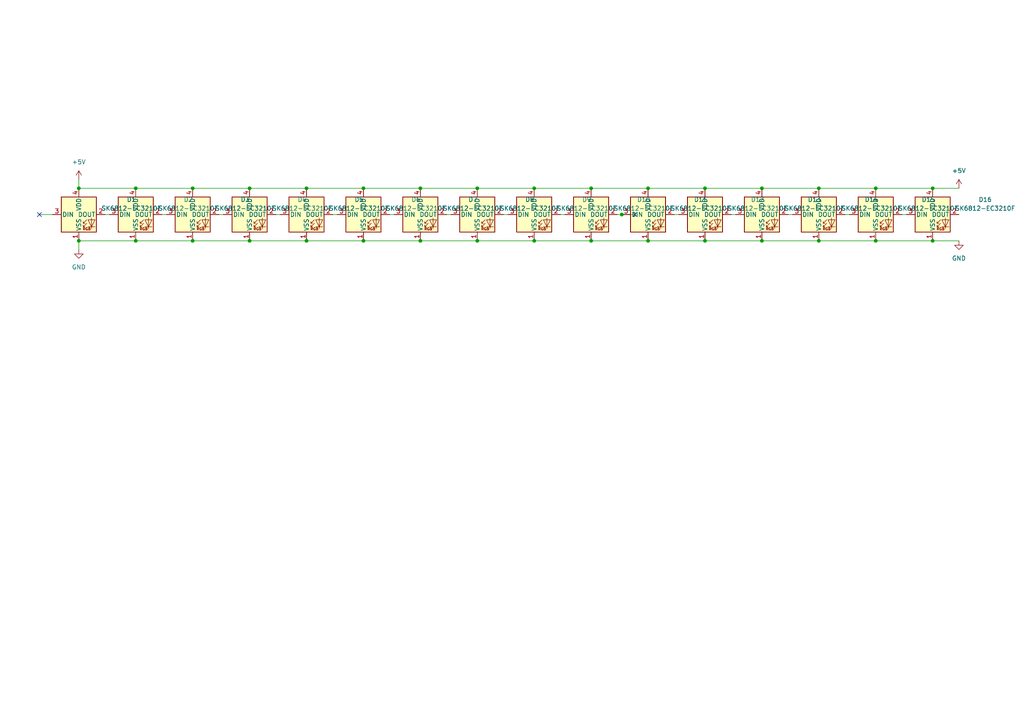
<source format=kicad_sch>
(kicad_sch (version 20230121) (generator eeschema)
  (paper "A4")
  (lib_symbols
    (symbol "CustomSymbols:SK6812-EC3210F" (pin_names (offset 0.254))
      (property "Reference" "D" (at 5.08 5.715 0))
      (property "Value" "SK6812-EC3210F" (at 1.27 -5.715 0))
      (symbol "SK6812-EC3210F_0_0"
        (text "RGB" (at 2.286 -4.191 0) (effects (font (size 0.762 0.762))))
      )
      (symbol "SK6812-EC3210F_0_1"
        (polyline (pts (xy 1.27 -3.556) (xy 1.778 -3.556)))
        (polyline (pts (xy 1.27 -2.54) (xy 1.778 -2.54)))
        (polyline (pts (xy 4.699 -3.556) (xy 2.667 -3.556)))
        (polyline (pts (xy 2.286 -2.54) (xy 1.27 -3.556) (xy 1.27 -3.048)))
        (polyline (pts (xy 2.286 -1.524) (xy 1.27 -2.54) (xy 1.27 -2.032)))
        (polyline (pts (xy 3.683 -1.016) (xy 3.683 -3.556) (xy 3.683 -4.064)))
        (polyline (pts (xy 4.699 -1.524) (xy 2.667 -1.524) (xy 3.683 -3.556) (xy 4.699 -1.524)))
        (rectangle (start 5.08 5.08) (end -5.08 -5.08) (stroke (width 0.254)) (fill (type background)))
      )
      (symbol "SK6812-EC3210F_1_1"
        (pin power_in line (at 0 -7.62 90) (length 2.54) (name "VSS") (number "1"))
        (pin output line (at 7.62 0 180) (length 2.54) (name "DOUT") (number "2"))
        (pin input line (at -7.62 0 0) (length 2.54) (name "DIN") (number "3"))
        (pin power_in line (at 0 7.62 270) (length 2.54) (name "VDD") (number "4"))
      )
    )
    (symbol "power:+5V" (power) (pin_names (offset 0))
      (property "Value" "+5V" (at 0 3.556 0))
      (symbol "+5V_0_1"
        (polyline (pts (xy -0.762 1.27) (xy 0 2.54)))
        (polyline (pts (xy 0 0) (xy 0 2.54)))
        (polyline (pts (xy 0 2.54) (xy 0.762 1.27)))
      )
      (symbol "+5V_1_1"
        (pin power_in line (at 0 0 90) (length 0) hide (name "+5V") (number "1"))
      )
    )
    (symbol "power:GND" (power) (pin_names (offset 0))
      (property "Value" "GND" (at 0 -3.81 0))
      (symbol "GND_0_1"
        (polyline (pts (xy 0 0) (xy 0 -1.27) (xy 1.27 -1.27) (xy 0 -2.54) (xy -1.27 -1.27) (xy 0 -1.27)))
      )
      (symbol "GND_1_1"
        (pin power_in line (at 0 0 270) (length 0) hide (name "GND") (number "1"))
      )
    )
  )
  (junction (at 220.98 69.85))
  (junction (at 39.37 54.61))
  (junction (at 55.88 54.61))
  (junction (at 121.92 54.61))
  (junction (at 138.43 54.61))
  (junction (at 55.88 69.85))
  (junction (at 105.41 69.85))
  (junction (at 171.45 69.85))
  (junction (at 220.98 54.61))
  (junction (at 237.49 54.61))
  (junction (at 22.86 69.85))
  (junction (at 39.37 69.85))
  (junction (at 187.96 69.85))
  (junction (at 154.94 54.61))
  (junction (at 72.39 69.85))
  (junction (at 237.49 69.85))
  (junction (at 22.86 54.61))
  (junction (at 180.34 62.23))
  (junction (at 187.96 54.61))
  (junction (at 171.45 54.61))
  (junction (at 204.47 54.61))
  (junction (at 154.94 69.85))
  (junction (at 254 69.85))
  (junction (at 204.47 69.85))
  (junction (at 138.43 69.85))
  (junction (at 270.51 69.85))
  (junction (at 121.92 69.85))
  (junction (at 254 54.61))
  (junction (at 88.9 69.85))
  (junction (at 88.9 54.61))
  (junction (at 72.39 54.61))
  (junction (at 270.51 54.61))
  (junction (at 105.41 54.61))
  (no_connect (at 184.15 62.23))
  (no_connect (at 11.43 62.23))
  (wire (pts (xy 180.34 62.23) (xy 179.07 62.23)))
  (wire (pts (xy 105.41 69.85) (xy 121.92 69.85)))
  (wire (pts (xy 220.98 54.61) (xy 237.49 54.61)))
  (wire (pts (xy 245.11 62.23) (xy 246.38 62.23)))
  (wire (pts (xy 129.54 62.23) (xy 130.81 62.23)))
  (wire (pts (xy 270.51 69.85) (xy 254 69.85)))
  (wire (pts (xy 138.43 54.61) (xy 154.94 54.61)))
  (wire (pts (xy 228.6 62.23) (xy 229.87 62.23)))
  (wire (pts (xy 278.13 54.61) (xy 270.51 54.61)))
  (wire (pts (xy 96.52 62.23) (xy 97.79 62.23)))
  (wire (pts (xy 88.9 54.61) (xy 105.41 54.61)))
  (wire (pts (xy 11.43 62.23) (xy 15.24 62.23)))
  (wire (pts (xy 171.45 69.85) (xy 187.96 69.85)))
  (wire (pts (xy 39.37 54.61) (xy 55.88 54.61)))
  (wire (pts (xy 187.96 69.85) (xy 204.47 69.85)))
  (wire (pts (xy 22.86 52.07) (xy 22.86 54.61)))
  (wire (pts (xy 162.56 62.23) (xy 163.83 62.23)))
  (wire (pts (xy 121.92 69.85) (xy 138.43 69.85)))
  (wire (pts (xy 278.13 69.85) (xy 270.51 69.85)))
  (wire (pts (xy 187.96 54.61) (xy 204.47 54.61)))
  (wire (pts (xy 237.49 54.61) (xy 254 54.61)))
  (wire (pts (xy 154.94 69.85) (xy 171.45 69.85)))
  (wire (pts (xy 39.37 69.85) (xy 55.88 69.85)))
  (wire (pts (xy 113.03 62.23) (xy 114.3 62.23)))
  (wire (pts (xy 254 54.61) (xy 270.51 54.61)))
  (wire (pts (xy 46.99 62.23) (xy 48.26 62.23)))
  (wire (pts (xy 105.41 54.61) (xy 121.92 54.61)))
  (wire (pts (xy 55.88 54.61) (xy 72.39 54.61)))
  (wire (pts (xy 22.86 69.85) (xy 39.37 69.85)))
  (wire (pts (xy 72.39 54.61) (xy 88.9 54.61)))
  (wire (pts (xy 63.5 62.23) (xy 64.77 62.23)))
  (wire (pts (xy 146.05 62.23) (xy 147.32 62.23)))
  (wire (pts (xy 22.86 54.61) (xy 39.37 54.61)))
  (wire (pts (xy 30.48 62.23) (xy 31.75 62.23)))
  (wire (pts (xy 72.39 69.85) (xy 88.9 69.85)))
  (wire (pts (xy 88.9 69.85) (xy 105.41 69.85)))
  (wire (pts (xy 195.58 62.23) (xy 196.85 62.23)))
  (wire (pts (xy 204.47 54.61) (xy 220.98 54.61)))
  (wire (pts (xy 22.86 69.85) (xy 22.86 72.39)))
  (wire (pts (xy 121.92 54.61) (xy 138.43 54.61)))
  (wire (pts (xy 237.49 69.85) (xy 254 69.85)))
  (wire (pts (xy 80.01 62.23) (xy 81.28 62.23)))
  (wire (pts (xy 138.43 69.85) (xy 154.94 69.85)))
  (wire (pts (xy 154.94 54.61) (xy 171.45 54.61)))
  (wire (pts (xy 212.09 62.23) (xy 213.36 62.23)))
  (wire (pts (xy 171.45 54.61) (xy 187.96 54.61)))
  (wire (pts (xy 204.47 69.85) (xy 220.98 69.85)))
  (wire (pts (xy 184.15 62.23) (xy 180.34 62.23)))
  (wire (pts (xy 220.98 69.85) (xy 237.49 69.85)))
  (wire (pts (xy 55.88 69.85) (xy 72.39 69.85)))
  (wire (pts (xy 261.62 62.23) (xy 262.89 62.23)))
  (symbol (lib_id "CustomSymbols:SK6812-EC3210F") (at 220.98 62.23 0) (unit 1)
    (property "Reference" "D13" (at 236.22 57.8993 0))
    (property "Value" "SK6812-EC3210F" (at 236.22 60.4393 0))
    (property "Footprint" "Custom Footprint Library:SK6812-EC3210F" (effects hide))
    (property "Datasheet" "https://cdn-shop.adafruit.com/product-files/4892/4892_SK68XX-EC3210F__REV.A.pdf" (effects hide))
  )
  (symbol (lib_id "power:+5V") (at 22.86 52.07 0) (unit 1)
    (property "Reference" "#PWR0101" (effects hide))
    (property "Value" "+5V" (at 22.86 46.99 0))
  )
  (symbol (lib_id "CustomSymbols:SK6812-EC3210F") (at 22.86 62.23 0) (unit 1)
    (property "Reference" "D1" (at 38.1 57.8993 0))
    (property "Value" "SK6812-EC3210F" (at 38.1 60.4393 0))
    (property "Footprint" "Custom Footprint Library:SK6812-EC3210F" (effects hide))
    (property "Datasheet" "https://cdn-shop.adafruit.com/product-files/4892/4892_SK68XX-EC3210F__REV.A.pdf" (effects hide))
  )
  (symbol (lib_id "CustomSymbols:SK6812-EC3210F") (at 121.92 62.23 0) (unit 1)
    (property "Reference" "D7" (at 137.16 57.8993 0))
    (property "Value" "SK6812-EC3210F" (at 137.16 60.4393 0))
    (property "Footprint" "Custom Footprint Library:SK6812-EC3210F" (effects hide))
    (property "Datasheet" "https://cdn-shop.adafruit.com/product-files/4892/4892_SK68XX-EC3210F__REV.A.pdf" (effects hide))
  )
  (symbol (lib_id "CustomSymbols:SK6812-EC3210F") (at 204.47 62.23 0) (unit 1)
    (property "Reference" "D12" (at 219.71 57.8993 0))
    (property "Value" "SK6812-EC3210F" (at 219.71 60.4393 0))
    (property "Footprint" "Custom Footprint Library:SK6812-EC3210F" (effects hide))
    (property "Datasheet" "https://cdn-shop.adafruit.com/product-files/4892/4892_SK68XX-EC3210F__REV.A.pdf" (effects hide))
  )
  (symbol (lib_id "CustomSymbols:SK6812-EC3210F") (at 105.41 62.23 0) (unit 1)
    (property "Reference" "D6" (at 120.65 57.8993 0))
    (property "Value" "SK6812-EC3210F" (at 120.65 60.4393 0))
    (property "Footprint" "Custom Footprint Library:SK6812-EC3210F" (effects hide))
    (property "Datasheet" "https://cdn-shop.adafruit.com/product-files/4892/4892_SK68XX-EC3210F__REV.A.pdf" (effects hide))
  )
  (symbol (lib_id "CustomSymbols:SK6812-EC3210F") (at 187.96 62.23 0) (unit 1)
    (property "Reference" "D11" (at 203.2 57.8993 0))
    (property "Value" "SK6812-EC3210F" (at 203.2 60.4393 0))
    (property "Footprint" "Custom Footprint Library:SK6812-EC3210F" (effects hide))
    (property "Datasheet" "https://cdn-shop.adafruit.com/product-files/4892/4892_SK68XX-EC3210F__REV.A.pdf" (effects hide))
  )
  (symbol (lib_id "CustomSymbols:SK6812-EC3210F") (at 55.88 62.23 0) (unit 1)
    (property "Reference" "D3" (at 71.12 57.8993 0))
    (property "Value" "SK6812-EC3210F" (at 71.12 60.4393 0))
    (property "Footprint" "Custom Footprint Library:SK6812-EC3210F" (effects hide))
    (property "Datasheet" "https://cdn-shop.adafruit.com/product-files/4892/4892_SK68XX-EC3210F__REV.A.pdf" (effects hide))
  )
  (symbol (lib_id "CustomSymbols:SK6812-EC3210F") (at 237.49 62.23 0) (unit 1)
    (property "Reference" "D14" (at 252.73 57.8993 0))
    (property "Value" "SK6812-EC3210F" (at 252.73 60.4393 0))
    (property "Footprint" "Custom Footprint Library:SK6812-EC3210F" (effects hide))
    (property "Datasheet" "https://cdn-shop.adafruit.com/product-files/4892/4892_SK68XX-EC3210F__REV.A.pdf" (effects hide))
  )
  (symbol (lib_id "CustomSymbols:SK6812-EC3210F") (at 171.45 62.23 0) (unit 1)
    (property "Reference" "D10" (at 186.69 57.8993 0))
    (property "Value" "SK6812-EC3210F" (at 186.69 60.4393 0))
    (property "Footprint" "Custom Footprint Library:SK6812-EC3210F" (effects hide))
    (property "Datasheet" "https://cdn-shop.adafruit.com/product-files/4892/4892_SK68XX-EC3210F__REV.A.pdf" (effects hide))
  )
  (symbol (lib_id "power:+5V") (at 278.13 54.61 0) (unit 1)
    (property "Reference" "#PWR01" (effects hide))
    (property "Value" "+5V" (at 278.13 49.53 0))
  )
  (symbol (lib_id "CustomSymbols:SK6812-EC3210F") (at 39.37 62.23 0) (unit 1)
    (property "Reference" "D2" (at 54.61 57.8993 0))
    (property "Value" "SK6812-EC3210F" (at 54.61 60.4393 0))
    (property "Footprint" "Custom Footprint Library:SK6812-EC3210F" (effects hide))
    (property "Datasheet" "https://cdn-shop.adafruit.com/product-files/4892/4892_SK68XX-EC3210F__REV.A.pdf" (effects hide))
  )
  (symbol (lib_id "power:GND") (at 278.13 69.85 0) (unit 1)
    (property "Reference" "#PWR02" (effects hide))
    (property "Value" "GND" (at 278.13 74.93 0))
  )
  (symbol (lib_id "CustomSymbols:SK6812-EC3210F") (at 138.43 62.23 0) (unit 1)
    (property "Reference" "D8" (at 153.67 57.8993 0))
    (property "Value" "SK6812-EC3210F" (at 153.67 60.4393 0))
    (property "Footprint" "Custom Footprint Library:SK6812-EC3210F" (effects hide))
    (property "Datasheet" "https://cdn-shop.adafruit.com/product-files/4892/4892_SK68XX-EC3210F__REV.A.pdf" (effects hide))
  )
  (symbol (lib_id "CustomSymbols:SK6812-EC3210F") (at 72.39 62.23 0) (unit 1)
    (property "Reference" "D4" (at 87.63 57.8993 0))
    (property "Value" "SK6812-EC3210F" (at 87.63 60.4393 0))
    (property "Footprint" "Custom Footprint Library:SK6812-EC3210F" (effects hide))
    (property "Datasheet" "https://cdn-shop.adafruit.com/product-files/4892/4892_SK68XX-EC3210F__REV.A.pdf" (effects hide))
  )
  (symbol (lib_id "power:GND") (at 22.86 72.39 0) (unit 1)
    (property "Reference" "#PWR0102" (effects hide))
    (property "Value" "GND" (at 22.86 77.47 0))
  )
  (symbol (lib_id "CustomSymbols:SK6812-EC3210F") (at 270.51 62.23 0) (unit 1)
    (property "Reference" "D16" (at 285.75 57.8993 0))
    (property "Value" "SK6812-EC3210F" (at 285.75 60.4393 0))
    (property "Footprint" "Custom Footprint Library:SK6812-EC3210F" (effects hide))
    (property "Datasheet" "https://cdn-shop.adafruit.com/product-files/4892/4892_SK68XX-EC3210F__REV.A.pdf" (effects hide))
  )
  (symbol (lib_id "CustomSymbols:SK6812-EC3210F") (at 88.9 62.23 0) (unit 1)
    (property "Reference" "D5" (at 104.14 57.8993 0))
    (property "Value" "SK6812-EC3210F" (at 104.14 60.4393 0))
    (property "Footprint" "Custom Footprint Library:SK6812-EC3210F" (effects hide))
    (property "Datasheet" "https://cdn-shop.adafruit.com/product-files/4892/4892_SK68XX-EC3210F__REV.A.pdf" (effects hide))
  )
  (symbol (lib_id "CustomSymbols:SK6812-EC3210F") (at 254 62.23 0) (unit 1)
    (property "Reference" "D15" (at 269.24 57.8993 0))
    (property "Value" "SK6812-EC3210F" (at 269.24 60.4393 0))
    (property "Footprint" "Custom Footprint Library:SK6812-EC3210F" (effects hide))
    (property "Datasheet" "https://cdn-shop.adafruit.com/product-files/4892/4892_SK68XX-EC3210F__REV.A.pdf" (effects hide))
  )
  (symbol (lib_id "CustomSymbols:SK6812-EC3210F") (at 154.94 62.23 0) (unit 1)
    (property "Reference" "D9" (at 170.18 57.8993 0))
    (property "Value" "SK6812-EC3210F" (at 170.18 60.4393 0))
    (property "Footprint" "Custom Footprint Library:SK6812-EC3210F" (effects hide))
    (property "Datasheet" "https://cdn-shop.adafruit.com/product-files/4892/4892_SK68XX-EC3210F__REV.A.pdf" (effects hide))
  )
)
</source>
